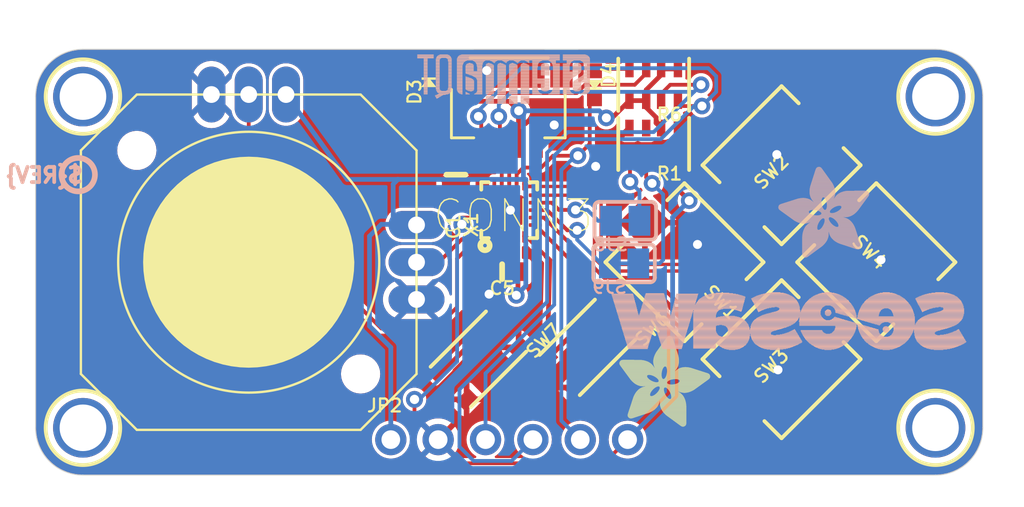
<source format=kicad_pcb>
(kicad_pcb (version 20221018) (generator pcbnew)
  (layers (0 "F.Cu" signal) (1 "In1.Cu" signal) (2 "In2.Cu" signal) (3 "In3.Cu" signal) (4 "In4.Cu" signal) (5 "In5.Cu" signal) (6 "In6.Cu" signal) (7 "In7.Cu" signal) (8 "In8.Cu" signal) (9 "In9.Cu" signal) (10 "In10.Cu" signal) (11 "In11.Cu" signal) (12 "In12.Cu" signal) (13 "In13.Cu" signal) (14 "In14.Cu" signal) (31 "B.Cu" signal) (34 "B.Paste" user) (35 "F.Paste" user) (36 "B.SilkS" user "B.Silkscreen") (37 "F.SilkS" user "F.Silkscreen") (38 "B.Mask" user) (39 "F.Mask" user) (44 "Edge.Cuts" user))
  (net 0 "")
  (net 1 "GND")
  (net 2 "BUTT_START")
  (net 3 "JOY_Y")
  (net 4 "JOY_X")
  (net 5 "BUTT_A")
  (net 6 "BUTT_B")
  (net 7 "BUTT_Y")
  (net 8 "BUTT_X")
  (net 9 "BUTT_SEL")
  (net 10 "ADDR0")
  (net 11 "ADDR1")
  (net 12 "SDA")
  (net 13 "SCL")
  (net 14 "VCC")
  (net 15 "N$1")
  (net 16 "UPDI")
  (net 17 "N$4")
  (net 18 "IRQ")
  (net 19 "N$2")
  (net 20 "N$3")
  (footprint "working:PUSHBUTTON_SMD_SJ" (layer "F.Cu") (at 163.1061 99.7966 45)
    (fp_text reference "SW2")
    (fp_text value "SJ_BUTTON")
  )
  (footprint "working:RESPACK_4X0603" (layer "F.Cu") (at 156.2481 95.4786 180)
    (fp_text reference "R6")
    (fp_text value "10K Pack")
  )
  (footprint "working:MOUNTINGHOLE_2.5_PLATED" (layer "F.Cu") (at 125.6411 96.1136)
    (fp_text reference "U$1" hide)
    (fp_text value "MOUNTINGHOLE2.5" hide)
  )
  (footprint "working:PLABEL6" (layer "F.Cu") (at 154.0891 102.2096)
    (fp_text reference "PLABEL6" hide)
    (fp_text value "" hide)
  )
  (footprint "working:FIDUCIAL_1MM" (layer "F.Cu") (at 172.2501 110.3376)
    (fp_text reference "FID2" hide)
    (fp_text value "FIDUCIAL_1MM" hide)
  )
  (footprint "working:FIDUCIAL_1MM" (layer "F.Cu") (at 126.9111 100.6856)
    (fp_text reference "FID1" hide)
    (fp_text value "FIDUCIAL_1MM" hide)
  )
  (footprint "working:ADAFRUIT_5MM" (layer "F.Cu") (at 154.4066 113.8301)
    (fp_text reference "U$9" hide)
    (fp_text value "" hide)
  )
  (footprint "working:PUSHBUTTON_SMD_SJ" (layer "F.Cu") (at 163.1061 110.2106 45)
    (fp_text reference "SW3")
    (fp_text value "SJ_BUTTON")
  )
  (footprint "working:PLABEL4" (layer "F.Cu") (at 160.3121 114.5286)
    (fp_text reference "PLABEL4" hide)
    (fp_text value "" hide)
  )
  (footprint "working:PLABEL7" (layer "F.Cu") (at 151.0411 107.7976 45)
    (fp_text reference "PLABEL7" hide)
    (fp_text value "" hide)
  )
  (footprint "working:QFN20_3MM" (layer "F.Cu") (at 148.5011 102.2096 90)
    (fp_text reference "X1")
    (fp_text value "ATTINY8X6_QFN")
  )
  (footprint "working:CHIPLED_0603_NOOUTLINE" (layer "F.Cu") (at 153.0731 95.4786 180)
    (fp_text reference "D4")
    (fp_text value "Red")
  )
  (footprint "working:JOYSTICK_ANALOG_MINITHM" (layer "F.Cu") (at 134.5311 105.0036)
    (fp_text reference "JOY2" hide)
    (fp_text value "JOYSTICK_ANALOG_XY" hide)
  )
  (footprint "working:PLABEL0" (layer "F.Cu") (at 145.3261 108.3056 45)
    (fp_text reference "PLABEL0" hide)
    (fp_text value "" hide)
  )
  (footprint "working:BTN_RKB2_4.6X2.8" (layer "F.Cu") (at 146.8501 110.2106 -135)
    (fp_text reference "SW7")
    (fp_text value "KMR2")
  )
  (footprint "working:PLABEL3" (layer "F.Cu") (at 171.9961 108.1786)
    (fp_text reference "PLABEL3" hide)
    (fp_text value "" hide)
  )
  (footprint "working:PUSHBUTTON_SMD_SJ" (layer "F.Cu") (at 168.1861 105.0036 -45)
    (fp_text reference "SW4")
    (fp_text value "SJ_BUTTON")
  )
  (footprint "working:CHIPLED_0603_NOOUTLINE" (layer "F.Cu") (at 144.1831 95.3516)
    (fp_text reference "D3")
    (fp_text value "GREEN")
  )
  (footprint "working:RESPACK_4X0603" (layer "F.Cu") (at 156.2481 98.6536 180)
    (fp_text reference "R1")
    (fp_text value "10K Pack")
  )
  (footprint "working:PLABEL5" (layer "F.Cu") (at 166.7891 96.1136)
    (fp_text reference "PLABEL5" hide)
    (fp_text value "" hide)
  )
  (footprint "working:BTN_RKB2_4.6X2.8" (layer "F.Cu") (at 152.6921 109.5756 -135)
    (fp_text reference "SW6")
    (fp_text value "KMR2")
  )
  (footprint "working:PLABEL2" (layer "F.Cu") (at 151.8031 97.7646)
    (fp_text reference "PLABEL2" hide)
    (fp_text value "" hide)
  )
  (footprint "working:JST_SH4" (layer "F.Cu") (at 148.5011 96.6216 180)
    (fp_text reference "CONN3")
    (fp_text value "STEMMA_I2C_QT" hide)
  )
  (footprint "working:MOUNTINGHOLE_2.5_PLATED" (layer "F.Cu") (at 125.6411 113.8936)
    (fp_text reference "U$2" hide)
    (fp_text value "MOUNTINGHOLE2.5" hide)
  )
  (footprint "working:1X06_ROUND" (layer "F.Cu") (at 148.5011 114.5286)
    (fp_text reference "JP2")
    (fp_text value "")
  )
  (footprint "working:MOUNTINGHOLE_2.5_PLATED" (layer "F.Cu") (at 171.3611 96.1136)
    (fp_text reference "U$3" hide)
    (fp_text value "MOUNTINGHOLE2.5" hide)
  )
  (footprint "working:0805-NO" (layer "F.Cu") (at 145.6436 100.3046 -90)
    (fp_text reference "C1")
    (fp_text value "10uF")
  )
  (footprint "working:0603-NO" (layer "F.Cu") (at 148.1201 105.5116 180)
    (fp_text reference "C5")
    (fp_text value "0.1uF")
  )
  (footprint "working:PUSHBUTTON_SMD_SJ" (layer "F.Cu") (at 157.8991 105.0036 135)
    (fp_text reference "SW1")
    (fp_text value "SJ_BUTTON")
  )
  (footprint "working:PLABEL1" (layer "F.Cu") (at 134.5311 115.1001)
    (fp_text reference "PLABEL1" hide)
    (fp_text value "" hide)
  )
  (footprint "working:MOUNTINGHOLE_2.5_PLATED" (layer "F.Cu") (at 171.3611 113.8936)
    (fp_text reference "U$4" hide)
    (fp_text value "MOUNTINGHOLE2.5" hide)
  )
  (footprint "working:SOLDERJUMPER_CLOSEDWIRE" (layer "B.Cu") (at 154.7241 102.7811)
    (fp_text reference "SJ8")
    (fp_text value "")
  )
  (footprint "working:PLABEL11" (layer "B.Cu") (at 144.6911 113.4491 90)
    (fp_text reference "PLABEL11" hide)
    (fp_text value "" hide)
  )
  (footprint "working:ADAFRUIT_5MM" (layer "B.Cu") (at 167.8051 104.7496 180)
    (fp_text reference "U$11" hide)
    (fp_text value "" hide)
  )
  (footprint "working:STEMMAQT" (layer "B.Cu") (at 152.8191 96.4946 180)
    (fp_text reference "U$5" hide)
    (fp_text value "" hide)
  )
  (footprint "working:PLABEL17" (layer "B.Cu") (at 139.2301 105.5116 180)
    (fp_text reference "PLABEL17" hide)
    (fp_text value "" hide)
  )
  (footprint "working:PLABEL13" (layer "B.Cu") (at 154.8511 113.3221 90)
    (fp_text reference "PLABEL13" hide)
    (fp_text value "" hide)
  )
  (footprint "working:SOLDERJUMPER_CLOSEDWIRE" (layer "B.Cu") (at 154.6606 105.0671)
    (fp_text reference "SJ9")
    (fp_text value "")
  )
  (footprint "working:PLABEL9" (layer "B.Cu") (at 156.6291 103.3526 90)
    (fp_text reference "PLABEL9" hide)
    (fp_text value "" hide)
  )
  (footprint "working:PLABEL10" (layer "B.Cu") (at 139.2301 108.9406 180)
    (fp_text reference "PLABEL10" hide)
    (fp_text value "" hide)
  )
  (footprint "working:PCBFEAT-REV-040" (layer "B.Cu") (at 125.3871 100.3046 180)
    (fp_text reference "U$7" hide)
    (fp_text value "" hide)
  )
  (footprint "working:PLABEL8" (layer "B.Cu") (at 156.6291 105.8291 90)
    (fp_text reference "PLABEL8" hide)
    (fp_text value "" hide)
  )
  (footprint "working:PLABEL14" (layer "B.Cu") (at 152.3111 113.3221 90)
    (fp_text reference "PLABEL14" hide)
    (fp_text value "" hide)
  )
  (footprint "working:PLABEL12" (layer "B.Cu") (at 142.1511 113.3221 90)
    (fp_text reference "PLABEL12" hide)
    (fp_text value "" hide)
  )
  (footprint "working:PLABEL16" (layer "B.Cu") (at 147.2311 113.3221 90)
    (fp_text reference "PLABEL16" hide)
    (fp_text value "" hide)
  )
  (footprint "working:PLABEL15" (layer "B.Cu") (at 149.7711 113.3221 90)
    (fp_text reference "PLABEL15" hide)
    (fp_text value "" hide)
  )
  (footprint "working:SEESAW_LOGO" (layer "B.Cu") (at 173.0121 109.7026 180)
    (fp_text reference "U$12" hide)
    (fp_text value "" hide)
  )
  (gr_line (start 123.1011 113.8936) (end 123.1011 96.1136) (stroke (width 0.05)) (layer "Edge.Cuts"))
  (gr_arc (start 171.3611 93.5736) (mid 173.157151 94.317549) (end 173.9011 96.1136) (stroke (width 0.05)) (layer "Edge.Cuts"))
  (gr_arc (start 123.1011 96.1136) (mid 123.845049 94.317549) (end 125.6411 93.5736) (stroke (width 0.05)) (layer "Edge.Cuts"))
  (gr_arc (start 125.6411 116.4336) (mid 123.845049 115.689651) (end 123.1011 113.8936) (stroke (width 0.05)) (layer "Edge.Cuts"))
  (gr_line (start 125.6411 93.5736) (end 171.3611 93.5736) (stroke (width 0.05)) (layer "Edge.Cuts"))
  (gr_line (start 171.3611 116.4336) (end 125.6411 116.4336) (stroke (width 0.05)) (layer "Edge.Cuts"))
  (gr_line (start 173.9011 96.1136) (end 173.9011 113.8936) (stroke (width 0.05)) (layer "Edge.Cuts"))
  (gr_arc (start 173.9011 113.8936) (mid 173.157151 115.689651) (end 171.3611 116.4336) (stroke (width 0.05)) (layer "Edge.Cuts"))
  (segment (start 148.5011 103.6096) (end 148.5011 104.4321) (width 0.2032) (layer "F.Cu") (net 1))
  (segment (start 148.5011 103.6096) (end 148.5011 102.2096) (width 0.2032) (layer "F.Cu") (net 1))
  (segment (start 148.5011 104.4321) (end 147.4216 105.5116) (width 0.2032) (layer "F.Cu") (net 1))
  (segment (start 147.4216 105.5116) (end 147.2701 105.5116) (width 0.2032) (layer "F.Cu") (net 1))
  (via (at 147.2946 94.7166) (size 0.889) (drill 0.4826) (layers "F.Cu" "B.Cu") (net 1))
  (via (at 153.1366 99.8601) (size 0.889) (drill 0.4826) (layers "F.Cu" "B.Cu") (net 1))
  (via (at 150.9141 97.6376) (size 0.889) (drill 0.4826) (layers "F.Cu" "B.Cu") (net 1))
  (via (at 158.5976 104.0511) (size 0.889) (drill 0.4826) (layers "F.Cu" "B.Cu") (net 1))
  (via (at 148.5646 102.2096) (size 0.889) (drill 0.4826) (layers "F.Cu" "B.Cu") (net 1))
  (via (at 162.9156 110.7821) (size 0.889) (drill 0.4826) (layers "F.Cu" "B.Cu") (net 1))
  (via (at 147.4216 106.7181) (size 0.889) (drill 0.4826) (layers "F.Cu" "B.Cu") (net 1))
  (via (at 162.8521 99.2251) (size 0.889) (drill 0.4826) (layers "F.Cu" "B.Cu") (net 1))
  (via (at 168.4401 104.8766) (size 0.889) (drill 0.4826) (layers "F.Cu" "B.Cu") (net 1))
  (segment (start 146.3421 109.460229) (end 144.9451 110.857229) (width 0.254) (layer "F.Cu") (net 2))
  (segment (start 144.694837 110.845585) (end 144.698368 110.84996) (width 0.254) (layer "F.Cu") (net 2))
  (segment (start 148.1011 103.6096) (end 148.1011 104.1146) (width 0.2032) (layer "F.Cu") (net 2))
  (segment (start 144.9451 110.603229) (end 144.698368 110.84996) (width 0.254) (layer "F.Cu") (net 2))
  (segment (start 147.6566 104.5591) (end 146.5326 104.5591) (width 0.2032) (layer "F.Cu") (net 2))
  (segment (start 148.1011 104.1146) (end 147.6566 104.5591) (width 0.2032) (layer "F.Cu") (net 2))
  (segment (start 146.5326 104.5591) (end 146.3421 104.7496) (width 0.254) (layer "F.Cu") (net 2))
  (segment (start 147.485081 108.055341) (end 147.548746 108.253582) (width 0.254) (layer "F.Cu") (net 2))
  (segment (start 146.3421 104.7496) (end 146.3421 109.460229) (width 0.254) (layer "F.Cu") (net 2))
  (segment (start 144.9451 110.857229) (end 144.9451 110.603229) (width 0.254) (layer "F.Cu") (net 2))
  (segment (start 147.548746 108.253582) (end 146.3421 109.460229) (width 0.254) (layer "F.Cu") (net 2))
  (segment (start 145.9581 103.7716) (end 144.7261 105.0036) (width 0.2032) (layer "F.Cu") (net 3))
  (segment (start 147.1011 103.0096) (end 147.1011 103.5176) (width 0.2032) (layer "F.Cu") (net 3))
  (segment (start 144.7261 105.0036) (end 143.5311 105.0036) (width 0.2032) (layer "F.Cu") (net 3))
  (segment (start 147.1011 103.5176) (end 146.8471 103.7716) (width 0.2032) (layer "F.Cu") (net 3))
  (segment (start 146.8471 103.7716) (end 145.9581 103.7716) (width 0.2032) (layer "F.Cu") (net 3))
  (segment (start 141.6431 108.5596) (end 134.5311 101.4476) (width 0.2032) (layer "F.Cu") (net 4))
  (segment (start 134.5311 96.0036) (end 134.5311 101.4476) (width 0.2032) (layer "F.Cu") (net 4))
  (segment (start 147.7011 103.8636) (end 147.412 104.1527) (width 0.2032) (layer "F.Cu") (net 4))
  (segment (start 144.5641 108.5596) (end 141.6431 108.5596) (width 0.2032) (layer "F.Cu") (net 4))
  (segment (start 145.7071 107.4166) (end 144.5641 108.5596) (width 0.2032) (layer "F.Cu") (net 4))
  (segment (start 145.7071 104.809863) (end 145.7071 107.4166) (width 0.2032) (layer "F.Cu") (net 4))
  (segment (start 146.364262 104.1527) (end 145.7071 104.809863) (width 0.2032) (layer "F.Cu") (net 4))
  (segment (start 147.412 104.1527) (end 146.364262 104.1527) (width 0.2032) (layer "F.Cu") (net 4))
  (segment (start 147.7011 103.6096) (end 147.7011 103.8636) (width 0.2032) (layer "F.Cu") (net 4))
  (segment (start 160.9471 103.9876) (end 165.0111 103.9876) (width 0.2032) (layer "F.Cu") (net 5))
  (segment (start 152.5271 101.4096) (end 153.0731 101.9556) (width 0.1778) (layer "F.Cu") (net 5))
  (segment (start 153.0731 101.9556) (end 153.0731 104.800244) (width 0.1778) (layer "F.Cu") (net 5))
  (segment (start 166.064778 102.933922) (end 166.064778 102.882282) (width 0.2032) (layer "F.Cu") (net 5))
  (segment (start 165.0111 103.9876) (end 166.064778 102.933922) (width 0.2032) (layer "F.Cu") (net 5))
  (segment (start 153.751362 105.478507) (end 159.456193 105.478507) (width 0.1778) (layer "F.Cu") (net 5))
  (segment (start 153.0731 104.800244) (end 153.751362 105.478507) (width 0.1778) (layer "F.Cu") (net 5))
  (segment (start 159.456193 105.478507) (end 160.9471 103.9876) (width 0.1778) (layer "F.Cu") (net 5))
  (segment (start 149.9011 101.4096) (end 152.5271 101.4096) (width 0.1778) (layer "F.Cu") (net 5))
  (segment (start 149.9011 103.0096) (end 153.3301 106.4386) (width 0.2032) (layer "F.Cu") (net 6))
  (segment (start 160.984778 111.9886) (end 160.984778 112.331919) (width 0.2032) (layer "F.Cu") (net 6))
  (segment (start 160.984778 111.845025) (end 160.984778 111.9886) (width 0.2032) (layer "F.Cu") (net 6))
  (segment (start 153.3301 106.4386) (end 155.578353 106.4386) (width 0.2032) (layer "F.Cu") (net 6))
  (segment (start 155.578353 106.4386) (end 160.984778 111.845025) (width 0.2032) (layer "F.Cu") (net 6))
  (segment (start 160.984778 112.331922) (end 160.984778 112.331919) (width 0.2032) (layer "F.Cu") (net 6))
  (segment (start 150.3616 102.6096) (end 153.598806 105.846807) (width 0.2032) (layer "F.Cu") (net 7))
  (segment (start 149.9011 102.6096) (end 150.3616 102.6096) (width 0.2032) (layer "F.Cu") (net 7))
  (segment (start 157.480421 107.124922) (end 160.020418 107.124922) (width 0.2032) (layer "F.Cu") (net 7))
  (segment (start 156.202306 105.846807) (end 157.480421 107.124922) (width 0.2032) (layer "F.Cu") (net 7))
  (segment (start 153.598806 105.846807) (end 156.202306 105.846807) (width 0.2032) (layer "F.Cu") (net 7))
  (segment (start 152.557 100.9366) (end 153.4287 101.8083) (width 0.1778) (layer "F.Cu") (net 8))
  (segment (start 160.5788 103.835044) (end 160.8201 103.593744) (width 0.1778) (layer "F.Cu") (net 8))
  (segment (start 160.984778 101.917922) (end 160.984778 102.044922) (width 0.2032) (layer "F.Cu") (net 8))
  (segment (start 149.3011 100.8096) (end 149.4281 100.9366) (width 0.2032) (layer "F.Cu") (net 8))
  (segment (start 153.898662 105.122907) (end 159.308893 105.122907) (width 0.1778) (layer "F.Cu") (net 8))
  (segment (start 153.4287 101.8083) (end 153.4287 104.652944) (width 0.1778) (layer "F.Cu") (net 8))
  (segment (start 160.8201 103.593744) (end 160.8201 102.2096) (width 0.1778) (layer "F.Cu") (net 8))
  (segment (start 160.5788 103.853) (end 160.5788 103.835044) (width 0.1778) (layer "F.Cu") (net 8))
  (segment (start 150.0251 100.9366) (end 149.4281 100.9366) (width 0.2032) (layer "F.Cu") (net 8))
  (segment (start 159.308893 105.122907) (end 160.5788 103.853) (width 0.1778) (layer "F.Cu") (net 8))
  (segment (start 153.4287 104.652944) (end 153.898662 105.122907) (width 0.1778) (layer "F.Cu") (net 8))
  (segment (start 160.984778 102.044922) (end 160.8201 102.2096) (width 0.2032) (layer "F.Cu") (net 8))
  (segment (start 152.557 100.9366) (end 150.0251 100.9366) (width 0.1778) (layer "F.Cu") (net 8))
  (segment (start 149.3011 103.6096) (end 149.3931 103.6096) (width 0.2032) (layer "F.Cu") (net 9))
  (segment (start 150.676843 104.893344) (end 150.536837 110.210585) (width 0.254) (layer "F.Cu") (net 9))
  (segment (start 150.536837 110.210585) (end 153.327081 107.420341) (width 0.254) (layer "F.Cu") (net 9))
  (segment (start 150.4696 104.6861) (end 150.676843 104.893344) (width 0.254) (layer "F.Cu") (net 9))
  (segment (start 150.4696 104.6861) (end 149.3931 103.6096) (width 0.2032) (layer "F.Cu") (net 9))
  (segment (start 149.9011 102.2096) (end 150.5361 102.2096) (width 0.2032) (layer "F.Cu") (net 10))
  (segment (start 152.146 103.2891) (end 151.6156 103.2891) (width 0.2032) (layer "F.Cu") (net 10))
  (segment (start 151.6156 103.2891) (end 150.5361 102.2096) (width 0.2032) (layer "F.Cu") (net 10))
  (via (at 152.146 103.2891) (size 0.889) (drill 0.4826) (layers "F.Cu" "B.Cu") (net 10))
  (segment (start 152.146 103.7971) (end 152.146 103.2891) (width 0.2032) (layer "B.Cu") (net 10))
  (segment (start 153.416 105.0671) (end 153.8986 105.0671) (width 0.2032) (layer "B.Cu") (net 10))
  (segment (start 153.416 105.0671) (end 152.146 103.7971) (width 0.2032) (layer "B.Cu") (net 10))
  (segment (start 151.1681 102.197) (end 150.7807 101.8096) (width 0.2032) (layer "F.Cu") (net 11))
  (segment (start 151.1681 102.197) (end 152.0571 102.197) (width 0.2032) (layer "F.Cu") (net 11))
  (segment (start 150.7807 101.8096) (end 149.9011 101.8096) (width 0.2032) (layer "F.Cu") (net 11))
  (via (at 152.0571 102.197) (size 0.889) (drill 0.4826) (layers "F.Cu" "B.Cu") (net 11))
  (segment (start 153.9621 102.7811) (end 153.2762 102.7811) (width 0.2032) (layer "B.Cu") (net 11))
  (segment (start 152.0571 102.197) (end 152.6921 102.197) (width 0.2032) (layer "B.Cu") (net 11))
  (segment (start 153.2762 102.7811) (end 152.6921 102.197) (width 0.2032) (layer "B.Cu") (net 11))
  (segment (start 156.6481 96.3286) (end 156.6481 95.9676) (width 0.2032) (layer "F.Cu") (net 12))
  (segment (start 157.1371 95.4786) (end 156.6481 95.9676) (width 0.2032) (layer "F.Cu") (net 12))
  (segment (start 148.5011 100.8096) (end 148.5011 99.7966) (width 0.2032) (layer "F.Cu") (net 12))
  (segment (start 148.0011 99.2966) (end 148.0011 98.6276) (width 0.2032) (layer "F.Cu") (net 12))
  (segment (start 158.7881 95.4786) (end 157.1371 95.4786) (width 0.2032) (layer "F.Cu") (net 12))
  (segment (start 148.0011 97.2392) (end 148.0011 98.6276) (width 0.2032) (layer "F.Cu") (net 12))
  (segment (start 148.5011 99.7966) (end 148.0011 99.2966) (width 0.2032) (layer "F.Cu") (net 12))
  (segment (start 147.9423 97.1804) (end 148.0011 97.2392) (width 0.2032) (layer "F.Cu") (net 12))
  (via (at 147.9423 97.1804) (size 0.889) (drill 0.4826) (layers "F.Cu" "B.Cu") (net 12))
  (via (at 158.7881 95.4786) (size 0.889) (drill 0.4826) (layers "F.Cu" "B.Cu") (net 12))
  (segment (start 148.6281 115.6716) (end 146.5961 115.6716) (width 0.2032) (layer "B.Cu") (net 12))
  (segment (start 145.8341 114.9096) (end 145.8341 111.830782) (width 0.2032) (layer "B.Cu") (net 12))
  (segment (start 149.7711 114.5286) (end 148.6281 115.6716) (width 0.2032) (layer "B.Cu") (net 12))
  (segment (start 158.407162 95.859538) (end 148.6281 95.8596) (width 0.2032) (layer "B.Cu") (net 12))
  (segment (start 148.6281 95.8596) (end 147.9423 96.5454) (width 0.2032) (layer "B.Cu") (net 12))
  (segment (start 146.5961 115.6716) (end 145.8341 114.9096) (width 0.2032) (layer "B.Cu") (net 12))
  (segment (start 151.645281 98.0186) (end 156.2481 98.0186) (width 0.2032) (layer "B.Cu") (net 12))
  (segment (start 145.8341 111.830782) (end 150.5331 107.131782) (width 0.2032) (layer "B.Cu") (net 12))
  (segment (start 158.7881 95.4786) (end 158.407162 95.859538) (width 0.2032) (layer "B.Cu") (net 12))
  (segment (start 156.2481 98.0186) (end 158.7881 95.4786) (width 0.2032) (layer "B.Cu") (net 12))
  (segment (start 147.9423 96.5454) (end 147.9423 97.1804) (width 0.2032) (layer "B.Cu") (net 12))
  (segment (start 150.5331 99.130782) (end 151.645281 98.0186) (width 0.2032) (layer "B.Cu") (net 12))
  (segment (start 150.5331 107.131782) (end 150.5331 99.130782) (width 0.2032) (layer "B.Cu") (net 12))
  (segment (start 147.7769 99.7074) (end 147.1419 99.7074) (width 0.2032) (layer "F.Cu") (net 13))
  (segment (start 147.1419 99.7074) (end 147.0011 99.5666) (width 0.2032) (layer "F.Cu") (net 13))
  (segment (start 158.8389 96.6216) (end 157.8411 96.6216) (width 0.2032) (layer "F.Cu") (net 13))
  (segment (start 157.5481 96.3286) (end 157.8411 96.6216) (width 0.2032) (layer "F.Cu") (net 13))
  (segment (start 147.0011 99.5666) (end 147.0011 98.6276) (width 0.2032) (layer "F.Cu") (net 13))
  (segment (start 147.0011 98.6276) (end 147.0011 97.3314) (width 0.2032) (layer "F.Cu") (net 13))
  (segment (start 148.1011 100.8096) (end 148.1011 100.0316) (width 0.2032) (layer "F.Cu") (net 13))
  (segment (start 148.1011 100.0316) (end 147.7769 99.7074) (width 0.2032) (layer "F.Cu") (net 13))
  (segment (start 147.0011 97.3314) (end 146.8501 97.1804) (width 0.2032) (layer "F.Cu") (net 13))
  (via (at 146.8501 97.1804) (size 0.889) (drill 0.4826) (layers "F.Cu" "B.Cu") (net 13))
  (via (at 158.8389 96.6216) (size 0.889) (drill 0.4826) (layers "F.Cu" "B.Cu") (net 13))
  (segment (start 158.8389 96.6216) (end 159.6009 95.8596) (width 0.2032) (layer "B.Cu") (net 13))
  (segment (start 146.8501 97.1804) (end 146.8501 96.8756) (width 0.2032) (layer "B.Cu") (net 13))
  (segment (start 147.2311 114.5286) (end 147.2311 110.9726) (width 0.2032) (layer "B.Cu") (net 13))
  (segment (start 159.6009 95.0214) (end 159.1691 94.5896) (width 0.2032) (layer "B.Cu") (net 13))
  (segment (start 156.6291 98.3996) (end 158.4071 96.6216) (width 0.2032) (layer "B.Cu") (net 13))
  (segment (start 150.9141 107.2896) (end 150.9141 99.2886) (width 0.2032) (layer "B.Cu") (net 13))
  (segment (start 159.6009 95.0214) (end 159.6009 95.8596) (width 0.2032) (layer "B.Cu") (net 13))
  (segment (start 146.8501 96.8756) (end 149.1361 94.5896) (width 0.2032) (layer "B.Cu") (net 13))
  (segment (start 150.9141 99.2886) (end 151.8031 98.3996) (width 0.2032) (layer "B.Cu") (net 13))
  (segment (start 158.8389 96.6216) (end 158.4071 96.6216) (width 0.2032) (layer "B.Cu") (net 13))
  (segment (start 151.8031 98.3996) (end 156.6291 98.3996) (width 0.2032) (layer "B.Cu") (net 13))
  (segment (start 147.2311 110.9726) (end 150.9141 107.2896) (width 0.2032) (layer "B.Cu") (net 13))
  (segment (start 149.1361 94.5896) (end 159.1691 94.5896) (width 0.2032) (layer "B.Cu") (net 13))
  (segment (start 155.8481 96.3286) (end 154.9481 96.3286) (width 0.254) (layer "F.Cu") (net 14))
  (segment (start 148.9701 106.6936) (end 148.8821 106.7816) (width 0.254) (layer "F.Cu") (net 14))
  (segment (start 146.3421 96.3676) (end 145.6436 97.0661) (width 0.254) (layer "F.Cu") (net 14))
  (segment (start 148.9011 105.4426) (end 148.9701 105.5116) (width 0.254) (layer "F.Cu") (net 14))
  (segment (start 155.8481 96.69755) (end 156.3779 97.22735) (width 0.254) (layer "F.Cu") (net 14))
  (segment (start 148.9011 103.6096) (end 148.9011 105.4426) (width 0.2032) (layer "F.Cu") (net 14))
  (segment (start 156.6481 94.6286) (end 157.5481 94.6286) (width 0.254) (layer "F.Cu") (net 14))
  (segment (start 156.3779 97.5334) (end 156.6481 97.8036) (width 0.254) (layer "F.Cu") (net 14))
  (segment (start 148.9701 105.5116) (end 148.9701 106.6936) (width 0.254) (layer "F.Cu") (net 14))
  (segment (start 149.0011 98.6276) (end 149.0011 96.8836) (width 0.254) (layer "F.Cu") (net 14))
  (segment (start 156.6481 94.6286) (end 156.6481 94.9516) (width 0.254) (layer "F.Cu") (net 14))
  (segment (start 155.8481 95.7516) (end 155.8481 96.3286) (width 0.254) (layer "F.Cu") (net 14))
  (segment (start 148.5011 96.3676) (end 149.0091 96.8756) (width 0.254) (layer "F.Cu") (net 14))
  (segment (start 156.3779 97.22735) (end 156.3779 97.5334) (width 0.254) (layer "F.Cu") (net 14))
  (segment (start 154.0201 97.2566) (end 153.7081 97.2566) (width 0.254) (layer "F.Cu") (net 14))
  (segment (start 149.0011 96.8836) (end 149.0091 96.8756) (width 0.254) (layer "F.Cu") (net 14))
  (segment (start 145.6436 97.0661) (end 145.6436 99.3546) (width 0.254) (layer "F.Cu") (net 14))
  (segment (start 148.5011 96.3676) (end 146.3421 96.3676) (width 0.254) (layer "F.Cu") (net 14))
  (segment (start 155.8481 96.3286) (end 155.8481 96.69755) (width 0.254) (layer "F.Cu") (net 14))
  (segment (start 154.9481 96.3286) (end 154.0201 97.2566) (width 0.254) (layer "F.Cu") (net 14))
  (segment (start 156.6481 94.9516) (end 155.8481 95.7516) (width 0.254) (layer "F.Cu") (net 14))
  (via (at 149.0091 96.8756) (size 0.889) (drill 0.4826) (layers "F.Cu" "B.Cu") (net 14))
  (via (at 148.8821 106.7816) (size 0.889) (drill 0.4826) (layers "F.Cu" "B.Cu") (net 14))
  (via (at 153.7081 97.2566) (size 0.889) (drill 0.4826) (layers "F.Cu" "B.Cu") (net 14))
  (segment (start 148.8821 106.7816) (end 149.3901 106.2736) (width 0.254) (layer "B.Cu") (net 14))
  (segment (start 149.2631 97.1296) (end 149.2631 100.5586) (width 0.254) (layer "B.Cu") (net 14))
  (segment (start 139.8161 100.5586) (end 136.5311 96.0036) (width 0.254) (layer "B.Cu") (net 14))
  (segment (start 141.0081 108.4326) (end 141.0081 103.6066) (width 0.254) (layer "B.Cu") (net 14))
  (segment (start 149.0091 96.8756) (end 153.3271 96.8756) (width 0.254) (layer "B.Cu") (net 14))
  (segment (start 149.2631 100.5586) (end 142.5321 100.5586) (width 0.254) (layer "B.Cu") (net 14))
  (segment (start 153.3271 96.8756) (end 153.7081 97.2566) (width 0.254) (layer "B.Cu") (net 14))
  (segment (start 142.277681 102.972019) (end 142.277681 100.813019) (width 0.254) (layer "B.Cu") (net 14))
  (segment (start 141.6431 102.9716) (end 142.2611 102.9716) (width 0.254) (layer "B.Cu") (net 14))
  (segment (start 149.2631 97.1296) (end 149.0091 96.8756) (width 0.254) (layer "B.Cu") (net 14))
  (segment (start 149.3901 106.2736) (end 149.3901 100.5586) (width 0.254) (layer "B.Cu") (net 14))
  (segment (start 142.1511 109.5756) (end 141.0081 108.4326) (width 0.254) (layer "B.Cu") (net 14))
  (segment (start 142.5321 100.5586) (end 139.8161 100.5586) (width 0.254) (layer "B.Cu") (net 14))
  (segment (start 142.2611 102.9716) (end 142.277681 102.972019) (width 0.254) (layer "B.Cu") (net 14))
  (segment (start 142.277681 102.972019) (end 143.5311 103.0036) (width 0.254) (layer "B.Cu") (net 14))
  (segment (start 142.1511 114.5286) (end 142.1511 109.5756) (width 0.254) (layer "B.Cu") (net 14))
  (segment (start 142.5321 100.5586) (end 142.277681 100.813019) (width 0.254) (layer "B.Cu") (net 14))
  (segment (start 149.2631 100.5586) (end 149.3901 100.5586) (width 0.254) (layer "B.Cu") (net 14))
  (segment (start 141.0081 103.6066) (end 141.6431 102.9716) (width 0.254) (layer "B.Cu") (net 14))
  (segment (start 155.8481 94.8626) (end 155.2321 95.4786) (width 0.2032) (layer "F.Cu") (net 15))
  (segment (start 152.1206 95.9231) (end 145.5166 95.9231) (width 0.2032) (layer "F.Cu") (net 15))
  (segment (start 145.3261 96.1136) (end 144.1951 96.1136) (width 0.2032) (layer "F.Cu") (net 15))
  (segment (start 155.8481 94.6286) (end 155.8481 94.8626) (width 0.2032) (layer "F.Cu") (net 15))
  (segment (start 155.2321 95.4786) (end 152.5651 95.4786) (width 0.2032) (layer "F.Cu") (net 15))
  (segment (start 145.5166 95.9231) (end 145.3261 96.1136) (width 0.2032) (layer "F.Cu") (net 15))
  (segment (start 144.1951 96.1136) (end 144.1831 96.1016) (width 0.2032) (layer "F.Cu") (net 15))
  (segment (start 152.5651 95.4786) (end 152.1206 95.9231) (width 0.2032) (layer "F.Cu") (net 15))
  (segment (start 154.8511 114.5286) (end 153.5811 115.7986) (width 0.2032) (layer "F.Cu") (net 16))
  (segment (start 156.6481 100.1966) (end 158.1531 101.7016) (width 0.254) (layer "F.Cu") (net 16))
  (segment (start 146.0018 102.6096) (end 145.9611 102.6503) (width 0.2032) (layer "F.Cu") (net 16))
  (segment (start 156.6481 99.5036) (end 156.6481 100.1966) (width 0.254) (layer "F.Cu") (net 16))
  (segment (start 145.9611 102.6503) (end 145.9611 102.9716) (width 0.2032) (layer "F.Cu") (net 16))
  (segment (start 143.4211 112.3696) (end 143.4211 114.9731) (width 0.2032) (layer "F.Cu") (net 16))
  (segment (start 144.2466 115.7986) (end 153.5811 115.7986) (width 0.2032) (layer "F.Cu") (net 16))
  (segment (start 147.1011 102.6096) (end 146.0018 102.6096) (width 0.2032) (layer "F.Cu") (net 16))
  (segment (start 143.4211 114.9731) (end 144.2466 115.7986) (width 0.2032) (layer "F.Cu") (net 16))
  (via (at 143.4211 112.3696) (size 0.9064) (drill 0.5) (layers "F.Cu" "B.Cu") (net 16))
  (via (at 145.9611 102.9716) (size 0.9064) (drill 0.5) (layers "F.Cu" "B.Cu") (net 16))
  (via (at 158.1531 101.7016) (size 0.889) (drill 0.4826) (layers "F.Cu" "B.Cu") (net 16))
  (segment (start 157.2641 112.1156) (end 154.8511 114.5286) (width 0.254) (layer "B.Cu") (net 16))
  (segment (start 145.7071 103.2256) (end 145.7071 110.3376) (width 0.2032) (layer "B.Cu") (net 16))
  (segment (start 143.6751 112.3696) (end 143.4211 112.3696) (width 0.2032) (layer "B.Cu") (net 16))
  (segment (start 145.9611 102.9716) (end 145.7071 103.2256) (width 0.2032) (layer "B.Cu") (net 16))
  (segment (start 158.1531 101.7016) (end 157.2641 102.5906) (width 0.254) (layer "B.Cu") (net 16))
  (segment (start 157.2641 102.5906) (end 157.2641 112.1156) (width 0.254) (layer "B.Cu") (net 16))
  (segment (start 145.7071 110.3376) (end 143.6751 112.3696) (width 0.2032) (layer "B.Cu") (net 16))
  (segment (start 154.9481 94.6286) (end 153.1731 94.6286) (width 0.2032) (layer "F.Cu") (net 17))
  (segment (start 153.1731 94.6286) (end 153.0731 94.7286) (width 0.2032) (layer "F.Cu") (net 17))
  (segment (start 148.9011 100.2856) (end 149.2631 99.9236) (width 0.2032) (layer "F.Cu") (net 18))
  (segment (start 152.8191 96.4826) (end 152.8191 98.6536) (width 0.2032) (layer "F.Cu") (net 18))
  (segment (start 150.8506 99.2886) (end 150.2156 99.9236) (width 0.2032) (layer "F.Cu") (net 18))
  (segment (start 150.8506 99.2886) (end 152.1841 99.2886) (width 0.2032) (layer "F.Cu") (net 18))
  (segment (start 152.1841 99.2886) (end 152.8191 98.6536) (width 0.2032) (layer "F.Cu") (net 18))
  (segment (start 149.2631 99.9236) (end 150.2156 99.9236) (width 0.2032) (layer "F.Cu") (net 18))
  (segment (start 148.9011 100.8096) (end 148.9011 100.2856) (width 0.2032) (layer "F.Cu") (net 18))
  (segment (start 152.8191 96.4826) (end 153.0731 96.2286) (width 0.2032) (layer "F.Cu") (net 18))
  (via (at 152.1841 99.2886) (size 0.889) (drill 0.4826) (layers "F.Cu" "B.Cu") (net 18))
  (segment (start 152.0571 99.2886) (end 151.2951 100.0506) (width 0.2032) (layer "B.Cu") (net 18))
  (segment (start 152.3111 114.5286) (end 151.2951 113.5126) (width 0.2032) (layer "B.Cu") (net 18))
  (segment (start 151.2951 113.5126) (end 151.2951 100.0506) (width 0.2032) (layer "B.Cu") (net 18))
  (segment (start 152.0571 99.2886) (end 152.1841 99.2886) (width 0.2032) (layer "B.Cu") (net 18))
  (segment (start 155.8481 100.456275) (end 155.8481 99.5036) (width 0.2032) (layer "F.Cu") (net 19))
  (segment (start 156.162762 100.770938) (end 155.8481 100.456275) (width 0.2032) (layer "F.Cu") (net 19))
  (via (at 156.162762 100.770938) (size 0.889) (drill 0.4826) (layers "F.Cu" "B.Cu") (net 19))
  (segment (start 156.7561 101.364275) (end 156.162762 100.770938) (width 0.2032) (layer "B.Cu") (net 19))
  (segment (start 156.7561 104.8766) (end 156.7561 101.364275) (width 0.2032) (layer "B.Cu") (net 19))
  (segment (start 156.5656 105.0671) (end 156.7561 104.8766) (width 0.2032) (layer "B.Cu") (net 19))
  (segment (start 155.4226 105.0671) (end 156.5656 105.0671) (width 0.2032) (layer "B.Cu") (net 19))
  (segment (start 154.9781 99.5336) (end 154.9481 99.5036) (width 0.2032) (layer "F.Cu") (net 20))
  (segment (start 154.9781 100.6856) (end 154.9781 99.5336) (width 0.2032) (layer "F.Cu") (net 20))
  (via (at 154.9781 100.6856) (size 0.889) (drill 0.4826) (layers "F.Cu" "B.Cu") (net 20))
  (segment (start 155.4861 102.7811) (end 155.4861 101.1936) (width 0.2032) (layer "B.Cu") (net 20))
  (segment (start 155.4861 101.1936) (end 154.9781 100.6856) (width 0.2032) (layer "B.Cu") (net 20))
  (zone (net 1) (net_name "GND") (layer "F.Cu") (priority 6) (connect_pads (clearance 0.000001)) (min_thickness 0.127) (fill yes (thermal_gap 0.304) (thermal_bridge_width 0.304))
    (polygon (pts (xy 174.0281 116.5606) (xy 122.9741 116.5606) (xy 122.9741 93.4466) (xy 174.0281 93.4466)))
  )
  (zone (net 1) (net_name "GND") (layer "B.Cu") (priority 6) (connect_pads (clearance 0.000001)) (min_thickness 0.127) (fill yes (thermal_gap 0.304) (thermal_bridge_width 0.304))
    (polygon (pts (xy 174.0281 116.5606) (xy 122.9741 116.5606) (xy 122.9741 93.4466) (xy 174.0281 93.4466)))
  )
)
</source>
